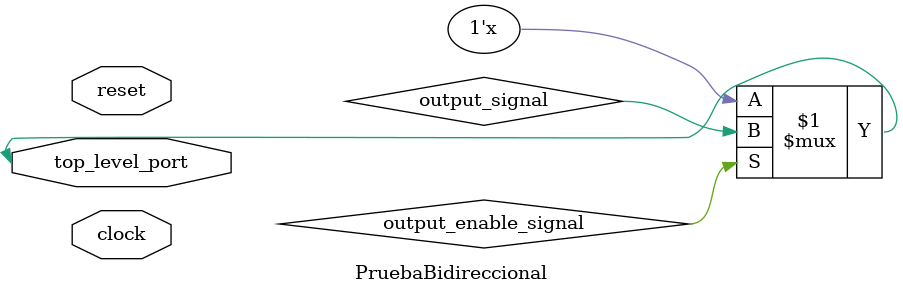
<source format=v>
`timescale 1ns / 1ps
module PruebaBidireccional(inout top_level_port, input clock, reset);

wire output_enable_signal, output_signal;
reg  input_reg;   
assign top_level_port = (output_enable_signal) ? output_signal : 1'bz;  
always @(posedge clock)
   if (reset)
      input_reg  <= 1'b0;
	else
      input_reg  <= top_level_port;			
endmodule

</source>
